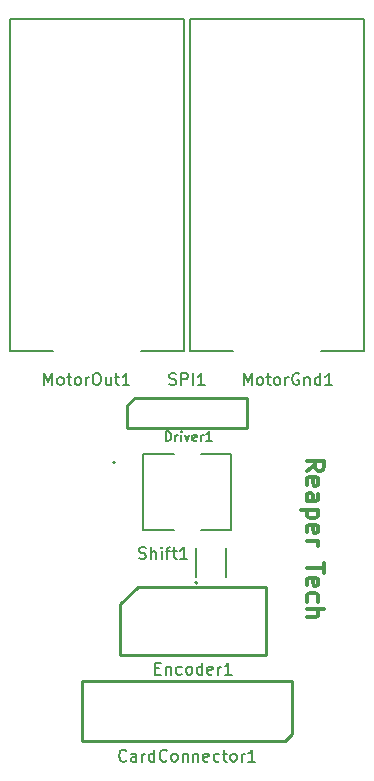
<source format=gto>
G04 #@! TF.GenerationSoftware,KiCad,Pcbnew,(5.0.2)-1*
G04 #@! TF.CreationDate,2019-01-20T10:13:28-05:00*
G04 #@! TF.ProjectId,motorDriverCard,6d6f746f-7244-4726-9976-657243617264,rev?*
G04 #@! TF.SameCoordinates,Original*
G04 #@! TF.FileFunction,Legend,Top*
G04 #@! TF.FilePolarity,Positive*
%FSLAX46Y46*%
G04 Gerber Fmt 4.6, Leading zero omitted, Abs format (unit mm)*
G04 Created by KiCad (PCBNEW (5.0.2)-1) date 1/20/2019 10:13:28 AM*
%MOMM*%
%LPD*%
G01*
G04 APERTURE LIST*
%ADD10C,0.300000*%
%ADD11C,0.250000*%
%ADD12C,0.127000*%
%ADD13C,0.200000*%
%ADD14C,0.150000*%
G04 APERTURE END LIST*
D10*
X22816428Y-12665000D02*
X23530714Y-12165000D01*
X22816428Y-11807857D02*
X24316428Y-11807857D01*
X24316428Y-12379285D01*
X24245000Y-12522142D01*
X24173571Y-12593571D01*
X24030714Y-12665000D01*
X23816428Y-12665000D01*
X23673571Y-12593571D01*
X23602142Y-12522142D01*
X23530714Y-12379285D01*
X23530714Y-11807857D01*
X22887857Y-13879285D02*
X22816428Y-13736428D01*
X22816428Y-13450714D01*
X22887857Y-13307857D01*
X23030714Y-13236428D01*
X23602142Y-13236428D01*
X23745000Y-13307857D01*
X23816428Y-13450714D01*
X23816428Y-13736428D01*
X23745000Y-13879285D01*
X23602142Y-13950714D01*
X23459285Y-13950714D01*
X23316428Y-13236428D01*
X22816428Y-15236428D02*
X23602142Y-15236428D01*
X23745000Y-15165000D01*
X23816428Y-15022142D01*
X23816428Y-14736428D01*
X23745000Y-14593571D01*
X22887857Y-15236428D02*
X22816428Y-15093571D01*
X22816428Y-14736428D01*
X22887857Y-14593571D01*
X23030714Y-14522142D01*
X23173571Y-14522142D01*
X23316428Y-14593571D01*
X23387857Y-14736428D01*
X23387857Y-15093571D01*
X23459285Y-15236428D01*
X23816428Y-15950714D02*
X22316428Y-15950714D01*
X23745000Y-15950714D02*
X23816428Y-16093571D01*
X23816428Y-16379285D01*
X23745000Y-16522142D01*
X23673571Y-16593571D01*
X23530714Y-16665000D01*
X23102142Y-16665000D01*
X22959285Y-16593571D01*
X22887857Y-16522142D01*
X22816428Y-16379285D01*
X22816428Y-16093571D01*
X22887857Y-15950714D01*
X22887857Y-17879285D02*
X22816428Y-17736428D01*
X22816428Y-17450714D01*
X22887857Y-17307857D01*
X23030714Y-17236428D01*
X23602142Y-17236428D01*
X23745000Y-17307857D01*
X23816428Y-17450714D01*
X23816428Y-17736428D01*
X23745000Y-17879285D01*
X23602142Y-17950714D01*
X23459285Y-17950714D01*
X23316428Y-17236428D01*
X22816428Y-18593571D02*
X23816428Y-18593571D01*
X23530714Y-18593571D02*
X23673571Y-18665000D01*
X23745000Y-18736428D01*
X23816428Y-18879285D01*
X23816428Y-19022142D01*
X24316428Y-20450714D02*
X24316428Y-21307857D01*
X22816428Y-20879285D02*
X24316428Y-20879285D01*
X22887857Y-22379285D02*
X22816428Y-22236428D01*
X22816428Y-21950714D01*
X22887857Y-21807857D01*
X23030714Y-21736428D01*
X23602142Y-21736428D01*
X23745000Y-21807857D01*
X23816428Y-21950714D01*
X23816428Y-22236428D01*
X23745000Y-22379285D01*
X23602142Y-22450714D01*
X23459285Y-22450714D01*
X23316428Y-21736428D01*
X22887857Y-23736428D02*
X22816428Y-23593571D01*
X22816428Y-23307857D01*
X22887857Y-23165000D01*
X22959285Y-23093571D01*
X23102142Y-23022142D01*
X23530714Y-23022142D01*
X23673571Y-23093571D01*
X23745000Y-23165000D01*
X23816428Y-23307857D01*
X23816428Y-23593571D01*
X23745000Y-23736428D01*
X22816428Y-24379285D02*
X24316428Y-24379285D01*
X22816428Y-25022142D02*
X23602142Y-25022142D01*
X23745000Y-24950714D01*
X23816428Y-24807857D01*
X23816428Y-24593571D01*
X23745000Y-24450714D01*
X23673571Y-24379285D01*
D11*
G04 #@! TO.C,Encoder1*
X19408000Y-22525000D02*
X19408000Y-28275000D01*
X19408000Y-28275000D02*
X7008000Y-28275000D01*
X7008000Y-28275000D02*
X7008000Y-23962500D01*
X7008000Y-23962500D02*
X8558000Y-22525000D01*
X8558000Y-22525000D02*
X19408000Y-22525000D01*
G04 #@! TO.C,SPI1*
X8890000Y-6477000D02*
X17780000Y-6477000D01*
X17780000Y-6477000D02*
X17780000Y-9017000D01*
X17780000Y-9017000D02*
X7620000Y-9017000D01*
X7620000Y-9017000D02*
X7620000Y-7747000D01*
X7620000Y-7747000D02*
X7620000Y-7112000D01*
X7620000Y-7112000D02*
X8255000Y-6477000D01*
X8255000Y-6477000D02*
X8890000Y-6477000D01*
D12*
G04 #@! TO.C,Driver1*
X16450000Y-11278000D02*
X13850000Y-11278000D01*
X8950000Y-11278000D02*
X11550000Y-11278000D01*
X16450000Y-17678000D02*
X13850000Y-17678000D01*
X8950000Y-17678000D02*
X11550000Y-17678000D01*
D13*
X6600000Y-11978000D02*
G75*
G03X6600000Y-11978000I-100000J0D01*
G01*
D12*
X8950000Y-17678000D02*
X8950000Y-11278000D01*
X16450000Y-11278000D02*
X16450000Y-17678000D01*
D14*
G04 #@! TO.C,Shift1*
X13482000Y-21647000D02*
X13482000Y-19247000D01*
X15982000Y-21647000D02*
X15982000Y-19247000D01*
D13*
X13582000Y-22147000D02*
G75*
G03X13582000Y-22147000I-100000J0D01*
G01*
D14*
G04 #@! TO.C,MotorOut1*
X-2310000Y-2540000D02*
X1385000Y-2540000D01*
X12470000Y-2540000D02*
X8775000Y-2540000D01*
X-2310000Y-2540000D02*
X-2310000Y25560000D01*
X-2310000Y25560000D02*
X12470000Y25560000D01*
X12470000Y25560000D02*
X12470000Y-2540000D01*
G04 #@! TO.C,MotorGnd1*
X27710000Y25560000D02*
X27710000Y-2540000D01*
X12930000Y25560000D02*
X27710000Y25560000D01*
X12930000Y-2540000D02*
X12930000Y25560000D01*
X27710000Y-2540000D02*
X24015000Y-2540000D01*
X12930000Y-2540000D02*
X16625000Y-2540000D01*
D11*
G04 #@! TO.C,CardConnector1*
X3810000Y-35560000D02*
X20955000Y-35560000D01*
X20955000Y-35560000D02*
X21590000Y-34925000D01*
X21590000Y-34925000D02*
X21590000Y-30480000D01*
X21590000Y-30480000D02*
X3810000Y-30480000D01*
X3810000Y-30480000D02*
X3810000Y-35560000D01*
G04 #@! TO.C,Encoder1*
D14*
X9993714Y-29392571D02*
X10327047Y-29392571D01*
X10469904Y-29916380D02*
X9993714Y-29916380D01*
X9993714Y-28916380D01*
X10469904Y-28916380D01*
X10898476Y-29249714D02*
X10898476Y-29916380D01*
X10898476Y-29344952D02*
X10946095Y-29297333D01*
X11041333Y-29249714D01*
X11184190Y-29249714D01*
X11279428Y-29297333D01*
X11327047Y-29392571D01*
X11327047Y-29916380D01*
X12231809Y-29868761D02*
X12136571Y-29916380D01*
X11946095Y-29916380D01*
X11850857Y-29868761D01*
X11803238Y-29821142D01*
X11755619Y-29725904D01*
X11755619Y-29440190D01*
X11803238Y-29344952D01*
X11850857Y-29297333D01*
X11946095Y-29249714D01*
X12136571Y-29249714D01*
X12231809Y-29297333D01*
X12803238Y-29916380D02*
X12708000Y-29868761D01*
X12660380Y-29821142D01*
X12612761Y-29725904D01*
X12612761Y-29440190D01*
X12660380Y-29344952D01*
X12708000Y-29297333D01*
X12803238Y-29249714D01*
X12946095Y-29249714D01*
X13041333Y-29297333D01*
X13088952Y-29344952D01*
X13136571Y-29440190D01*
X13136571Y-29725904D01*
X13088952Y-29821142D01*
X13041333Y-29868761D01*
X12946095Y-29916380D01*
X12803238Y-29916380D01*
X13993714Y-29916380D02*
X13993714Y-28916380D01*
X13993714Y-29868761D02*
X13898476Y-29916380D01*
X13708000Y-29916380D01*
X13612761Y-29868761D01*
X13565142Y-29821142D01*
X13517523Y-29725904D01*
X13517523Y-29440190D01*
X13565142Y-29344952D01*
X13612761Y-29297333D01*
X13708000Y-29249714D01*
X13898476Y-29249714D01*
X13993714Y-29297333D01*
X14850857Y-29868761D02*
X14755619Y-29916380D01*
X14565142Y-29916380D01*
X14469904Y-29868761D01*
X14422285Y-29773523D01*
X14422285Y-29392571D01*
X14469904Y-29297333D01*
X14565142Y-29249714D01*
X14755619Y-29249714D01*
X14850857Y-29297333D01*
X14898476Y-29392571D01*
X14898476Y-29487809D01*
X14422285Y-29583047D01*
X15327047Y-29916380D02*
X15327047Y-29249714D01*
X15327047Y-29440190D02*
X15374666Y-29344952D01*
X15422285Y-29297333D01*
X15517523Y-29249714D01*
X15612761Y-29249714D01*
X16469904Y-29916380D02*
X15898476Y-29916380D01*
X16184190Y-29916380D02*
X16184190Y-28916380D01*
X16088952Y-29059238D01*
X15993714Y-29154476D01*
X15898476Y-29202095D01*
G04 #@! TO.C,SPI1*
X11200000Y-5357761D02*
X11342857Y-5405380D01*
X11580952Y-5405380D01*
X11676190Y-5357761D01*
X11723809Y-5310142D01*
X11771428Y-5214904D01*
X11771428Y-5119666D01*
X11723809Y-5024428D01*
X11676190Y-4976809D01*
X11580952Y-4929190D01*
X11390476Y-4881571D01*
X11295238Y-4833952D01*
X11247619Y-4786333D01*
X11200000Y-4691095D01*
X11200000Y-4595857D01*
X11247619Y-4500619D01*
X11295238Y-4453000D01*
X11390476Y-4405380D01*
X11628571Y-4405380D01*
X11771428Y-4453000D01*
X12200000Y-5405380D02*
X12200000Y-4405380D01*
X12580952Y-4405380D01*
X12676190Y-4453000D01*
X12723809Y-4500619D01*
X12771428Y-4595857D01*
X12771428Y-4738714D01*
X12723809Y-4833952D01*
X12676190Y-4881571D01*
X12580952Y-4929190D01*
X12200000Y-4929190D01*
X13200000Y-5405380D02*
X13200000Y-4405380D01*
X14200000Y-5405380D02*
X13628571Y-5405380D01*
X13914285Y-5405380D02*
X13914285Y-4405380D01*
X13819047Y-4548238D01*
X13723809Y-4643476D01*
X13628571Y-4691095D01*
G04 #@! TO.C,Driver1*
X10903190Y-10140904D02*
X10903190Y-9340904D01*
X11093666Y-9340904D01*
X11207952Y-9379000D01*
X11284142Y-9455190D01*
X11322238Y-9531380D01*
X11360333Y-9683761D01*
X11360333Y-9798047D01*
X11322238Y-9950428D01*
X11284142Y-10026619D01*
X11207952Y-10102809D01*
X11093666Y-10140904D01*
X10903190Y-10140904D01*
X11703190Y-10140904D02*
X11703190Y-9607571D01*
X11703190Y-9759952D02*
X11741285Y-9683761D01*
X11779380Y-9645666D01*
X11855571Y-9607571D01*
X11931761Y-9607571D01*
X12198428Y-10140904D02*
X12198428Y-9607571D01*
X12198428Y-9340904D02*
X12160333Y-9379000D01*
X12198428Y-9417095D01*
X12236523Y-9379000D01*
X12198428Y-9340904D01*
X12198428Y-9417095D01*
X12503190Y-9607571D02*
X12693666Y-10140904D01*
X12884142Y-9607571D01*
X13493666Y-10102809D02*
X13417476Y-10140904D01*
X13265095Y-10140904D01*
X13188904Y-10102809D01*
X13150809Y-10026619D01*
X13150809Y-9721857D01*
X13188904Y-9645666D01*
X13265095Y-9607571D01*
X13417476Y-9607571D01*
X13493666Y-9645666D01*
X13531761Y-9721857D01*
X13531761Y-9798047D01*
X13150809Y-9874238D01*
X13874619Y-10140904D02*
X13874619Y-9607571D01*
X13874619Y-9759952D02*
X13912714Y-9683761D01*
X13950809Y-9645666D01*
X14027000Y-9607571D01*
X14103190Y-9607571D01*
X14788904Y-10140904D02*
X14331761Y-10140904D01*
X14560333Y-10140904D02*
X14560333Y-9340904D01*
X14484142Y-9455190D01*
X14407952Y-9531380D01*
X14331761Y-9569476D01*
G04 #@! TO.C,Shift1*
X8644190Y-20089761D02*
X8787047Y-20137380D01*
X9025142Y-20137380D01*
X9120380Y-20089761D01*
X9168000Y-20042142D01*
X9215619Y-19946904D01*
X9215619Y-19851666D01*
X9168000Y-19756428D01*
X9120380Y-19708809D01*
X9025142Y-19661190D01*
X8834666Y-19613571D01*
X8739428Y-19565952D01*
X8691809Y-19518333D01*
X8644190Y-19423095D01*
X8644190Y-19327857D01*
X8691809Y-19232619D01*
X8739428Y-19185000D01*
X8834666Y-19137380D01*
X9072761Y-19137380D01*
X9215619Y-19185000D01*
X9644190Y-20137380D02*
X9644190Y-19137380D01*
X10072761Y-20137380D02*
X10072761Y-19613571D01*
X10025142Y-19518333D01*
X9929904Y-19470714D01*
X9787047Y-19470714D01*
X9691809Y-19518333D01*
X9644190Y-19565952D01*
X10548952Y-20137380D02*
X10548952Y-19470714D01*
X10548952Y-19137380D02*
X10501333Y-19185000D01*
X10548952Y-19232619D01*
X10596571Y-19185000D01*
X10548952Y-19137380D01*
X10548952Y-19232619D01*
X10882285Y-19470714D02*
X11263238Y-19470714D01*
X11025142Y-20137380D02*
X11025142Y-19280238D01*
X11072761Y-19185000D01*
X11168000Y-19137380D01*
X11263238Y-19137380D01*
X11453714Y-19470714D02*
X11834666Y-19470714D01*
X11596571Y-19137380D02*
X11596571Y-19994523D01*
X11644190Y-20089761D01*
X11739428Y-20137380D01*
X11834666Y-20137380D01*
X12691809Y-20137380D02*
X12120380Y-20137380D01*
X12406095Y-20137380D02*
X12406095Y-19137380D01*
X12310857Y-19280238D01*
X12215619Y-19375476D01*
X12120380Y-19423095D01*
G04 #@! TO.C,MotorOut1*
X619571Y-5405380D02*
X619571Y-4405380D01*
X952904Y-5119666D01*
X1286238Y-4405380D01*
X1286238Y-5405380D01*
X1905285Y-5405380D02*
X1810047Y-5357761D01*
X1762428Y-5310142D01*
X1714809Y-5214904D01*
X1714809Y-4929190D01*
X1762428Y-4833952D01*
X1810047Y-4786333D01*
X1905285Y-4738714D01*
X2048142Y-4738714D01*
X2143380Y-4786333D01*
X2191000Y-4833952D01*
X2238619Y-4929190D01*
X2238619Y-5214904D01*
X2191000Y-5310142D01*
X2143380Y-5357761D01*
X2048142Y-5405380D01*
X1905285Y-5405380D01*
X2524333Y-4738714D02*
X2905285Y-4738714D01*
X2667190Y-4405380D02*
X2667190Y-5262523D01*
X2714809Y-5357761D01*
X2810047Y-5405380D01*
X2905285Y-5405380D01*
X3381476Y-5405380D02*
X3286238Y-5357761D01*
X3238619Y-5310142D01*
X3190999Y-5214904D01*
X3190999Y-4929190D01*
X3238619Y-4833952D01*
X3286238Y-4786333D01*
X3381476Y-4738714D01*
X3524333Y-4738714D01*
X3619571Y-4786333D01*
X3667190Y-4833952D01*
X3714809Y-4929190D01*
X3714809Y-5214904D01*
X3667190Y-5310142D01*
X3619571Y-5357761D01*
X3524333Y-5405380D01*
X3381476Y-5405380D01*
X4143380Y-5405380D02*
X4143380Y-4738714D01*
X4143380Y-4929190D02*
X4190999Y-4833952D01*
X4238619Y-4786333D01*
X4333857Y-4738714D01*
X4429095Y-4738714D01*
X4952904Y-4405380D02*
X5143380Y-4405380D01*
X5238619Y-4453000D01*
X5333857Y-4548238D01*
X5381476Y-4738714D01*
X5381476Y-5072047D01*
X5333857Y-5262523D01*
X5238619Y-5357761D01*
X5143380Y-5405380D01*
X4952904Y-5405380D01*
X4857666Y-5357761D01*
X4762428Y-5262523D01*
X4714809Y-5072047D01*
X4714809Y-4738714D01*
X4762428Y-4548238D01*
X4857666Y-4453000D01*
X4952904Y-4405380D01*
X6238619Y-4738714D02*
X6238619Y-5405380D01*
X5810047Y-4738714D02*
X5810047Y-5262523D01*
X5857666Y-5357761D01*
X5952904Y-5405380D01*
X6095761Y-5405380D01*
X6191000Y-5357761D01*
X6238619Y-5310142D01*
X6571952Y-4738714D02*
X6952904Y-4738714D01*
X6714809Y-4405380D02*
X6714809Y-5262523D01*
X6762428Y-5357761D01*
X6857666Y-5405380D01*
X6952904Y-5405380D01*
X7810047Y-5405380D02*
X7238619Y-5405380D01*
X7524333Y-5405380D02*
X7524333Y-4405380D01*
X7429095Y-4548238D01*
X7333857Y-4643476D01*
X7238619Y-4691095D01*
G04 #@! TO.C,MotorGnd1*
X17494714Y-5405380D02*
X17494714Y-4405380D01*
X17828047Y-5119666D01*
X18161380Y-4405380D01*
X18161380Y-5405380D01*
X18780428Y-5405380D02*
X18685190Y-5357761D01*
X18637571Y-5310142D01*
X18589952Y-5214904D01*
X18589952Y-4929190D01*
X18637571Y-4833952D01*
X18685190Y-4786333D01*
X18780428Y-4738714D01*
X18923285Y-4738714D01*
X19018523Y-4786333D01*
X19066142Y-4833952D01*
X19113761Y-4929190D01*
X19113761Y-5214904D01*
X19066142Y-5310142D01*
X19018523Y-5357761D01*
X18923285Y-5405380D01*
X18780428Y-5405380D01*
X19399476Y-4738714D02*
X19780428Y-4738714D01*
X19542333Y-4405380D02*
X19542333Y-5262523D01*
X19589952Y-5357761D01*
X19685190Y-5405380D01*
X19780428Y-5405380D01*
X20256619Y-5405380D02*
X20161380Y-5357761D01*
X20113761Y-5310142D01*
X20066142Y-5214904D01*
X20066142Y-4929190D01*
X20113761Y-4833952D01*
X20161380Y-4786333D01*
X20256619Y-4738714D01*
X20399476Y-4738714D01*
X20494714Y-4786333D01*
X20542333Y-4833952D01*
X20589952Y-4929190D01*
X20589952Y-5214904D01*
X20542333Y-5310142D01*
X20494714Y-5357761D01*
X20399476Y-5405380D01*
X20256619Y-5405380D01*
X21018523Y-5405380D02*
X21018523Y-4738714D01*
X21018523Y-4929190D02*
X21066142Y-4833952D01*
X21113761Y-4786333D01*
X21209000Y-4738714D01*
X21304238Y-4738714D01*
X22161380Y-4453000D02*
X22066142Y-4405380D01*
X21923285Y-4405380D01*
X21780428Y-4453000D01*
X21685190Y-4548238D01*
X21637571Y-4643476D01*
X21589952Y-4833952D01*
X21589952Y-4976809D01*
X21637571Y-5167285D01*
X21685190Y-5262523D01*
X21780428Y-5357761D01*
X21923285Y-5405380D01*
X22018523Y-5405380D01*
X22161380Y-5357761D01*
X22209000Y-5310142D01*
X22209000Y-4976809D01*
X22018523Y-4976809D01*
X22637571Y-4738714D02*
X22637571Y-5405380D01*
X22637571Y-4833952D02*
X22685190Y-4786333D01*
X22780428Y-4738714D01*
X22923285Y-4738714D01*
X23018523Y-4786333D01*
X23066142Y-4881571D01*
X23066142Y-5405380D01*
X23970904Y-5405380D02*
X23970904Y-4405380D01*
X23970904Y-5357761D02*
X23875666Y-5405380D01*
X23685190Y-5405380D01*
X23589952Y-5357761D01*
X23542333Y-5310142D01*
X23494714Y-5214904D01*
X23494714Y-4929190D01*
X23542333Y-4833952D01*
X23589952Y-4786333D01*
X23685190Y-4738714D01*
X23875666Y-4738714D01*
X23970904Y-4786333D01*
X24970904Y-5405380D02*
X24399476Y-5405380D01*
X24685190Y-5405380D02*
X24685190Y-4405380D01*
X24589952Y-4548238D01*
X24494714Y-4643476D01*
X24399476Y-4691095D01*
G04 #@! TO.C,CardConnector1*
X7557142Y-37187142D02*
X7509523Y-37234761D01*
X7366666Y-37282380D01*
X7271428Y-37282380D01*
X7128571Y-37234761D01*
X7033333Y-37139523D01*
X6985714Y-37044285D01*
X6938095Y-36853809D01*
X6938095Y-36710952D01*
X6985714Y-36520476D01*
X7033333Y-36425238D01*
X7128571Y-36330000D01*
X7271428Y-36282380D01*
X7366666Y-36282380D01*
X7509523Y-36330000D01*
X7557142Y-36377619D01*
X8414285Y-37282380D02*
X8414285Y-36758571D01*
X8366666Y-36663333D01*
X8271428Y-36615714D01*
X8080952Y-36615714D01*
X7985714Y-36663333D01*
X8414285Y-37234761D02*
X8319047Y-37282380D01*
X8080952Y-37282380D01*
X7985714Y-37234761D01*
X7938095Y-37139523D01*
X7938095Y-37044285D01*
X7985714Y-36949047D01*
X8080952Y-36901428D01*
X8319047Y-36901428D01*
X8414285Y-36853809D01*
X8890476Y-37282380D02*
X8890476Y-36615714D01*
X8890476Y-36806190D02*
X8938095Y-36710952D01*
X8985714Y-36663333D01*
X9080952Y-36615714D01*
X9176190Y-36615714D01*
X9938095Y-37282380D02*
X9938095Y-36282380D01*
X9938095Y-37234761D02*
X9842857Y-37282380D01*
X9652380Y-37282380D01*
X9557142Y-37234761D01*
X9509523Y-37187142D01*
X9461904Y-37091904D01*
X9461904Y-36806190D01*
X9509523Y-36710952D01*
X9557142Y-36663333D01*
X9652380Y-36615714D01*
X9842857Y-36615714D01*
X9938095Y-36663333D01*
X10985714Y-37187142D02*
X10938095Y-37234761D01*
X10795238Y-37282380D01*
X10699999Y-37282380D01*
X10557142Y-37234761D01*
X10461904Y-37139523D01*
X10414285Y-37044285D01*
X10366666Y-36853809D01*
X10366666Y-36710952D01*
X10414285Y-36520476D01*
X10461904Y-36425238D01*
X10557142Y-36330000D01*
X10699999Y-36282380D01*
X10795238Y-36282380D01*
X10938095Y-36330000D01*
X10985714Y-36377619D01*
X11557142Y-37282380D02*
X11461904Y-37234761D01*
X11414285Y-37187142D01*
X11366666Y-37091904D01*
X11366666Y-36806190D01*
X11414285Y-36710952D01*
X11461904Y-36663333D01*
X11557142Y-36615714D01*
X11699999Y-36615714D01*
X11795238Y-36663333D01*
X11842857Y-36710952D01*
X11890476Y-36806190D01*
X11890476Y-37091904D01*
X11842857Y-37187142D01*
X11795238Y-37234761D01*
X11699999Y-37282380D01*
X11557142Y-37282380D01*
X12319047Y-36615714D02*
X12319047Y-37282380D01*
X12319047Y-36710952D02*
X12366666Y-36663333D01*
X12461904Y-36615714D01*
X12604761Y-36615714D01*
X12700000Y-36663333D01*
X12747619Y-36758571D01*
X12747619Y-37282380D01*
X13223809Y-36615714D02*
X13223809Y-37282380D01*
X13223809Y-36710952D02*
X13271428Y-36663333D01*
X13366666Y-36615714D01*
X13509523Y-36615714D01*
X13604761Y-36663333D01*
X13652380Y-36758571D01*
X13652380Y-37282380D01*
X14509523Y-37234761D02*
X14414285Y-37282380D01*
X14223809Y-37282380D01*
X14128571Y-37234761D01*
X14080952Y-37139523D01*
X14080952Y-36758571D01*
X14128571Y-36663333D01*
X14223809Y-36615714D01*
X14414285Y-36615714D01*
X14509523Y-36663333D01*
X14557142Y-36758571D01*
X14557142Y-36853809D01*
X14080952Y-36949047D01*
X15414285Y-37234761D02*
X15319047Y-37282380D01*
X15128571Y-37282380D01*
X15033333Y-37234761D01*
X14985714Y-37187142D01*
X14938095Y-37091904D01*
X14938095Y-36806190D01*
X14985714Y-36710952D01*
X15033333Y-36663333D01*
X15128571Y-36615714D01*
X15319047Y-36615714D01*
X15414285Y-36663333D01*
X15699999Y-36615714D02*
X16080952Y-36615714D01*
X15842857Y-36282380D02*
X15842857Y-37139523D01*
X15890476Y-37234761D01*
X15985714Y-37282380D01*
X16080952Y-37282380D01*
X16557142Y-37282380D02*
X16461904Y-37234761D01*
X16414285Y-37187142D01*
X16366666Y-37091904D01*
X16366666Y-36806190D01*
X16414285Y-36710952D01*
X16461904Y-36663333D01*
X16557142Y-36615714D01*
X16699999Y-36615714D01*
X16795238Y-36663333D01*
X16842857Y-36710952D01*
X16890476Y-36806190D01*
X16890476Y-37091904D01*
X16842857Y-37187142D01*
X16795238Y-37234761D01*
X16699999Y-37282380D01*
X16557142Y-37282380D01*
X17319047Y-37282380D02*
X17319047Y-36615714D01*
X17319047Y-36806190D02*
X17366666Y-36710952D01*
X17414285Y-36663333D01*
X17509523Y-36615714D01*
X17604761Y-36615714D01*
X18461904Y-37282380D02*
X17890476Y-37282380D01*
X18176190Y-37282380D02*
X18176190Y-36282380D01*
X18080952Y-36425238D01*
X17985714Y-36520476D01*
X17890476Y-36568095D01*
G04 #@! TD*
M02*

</source>
